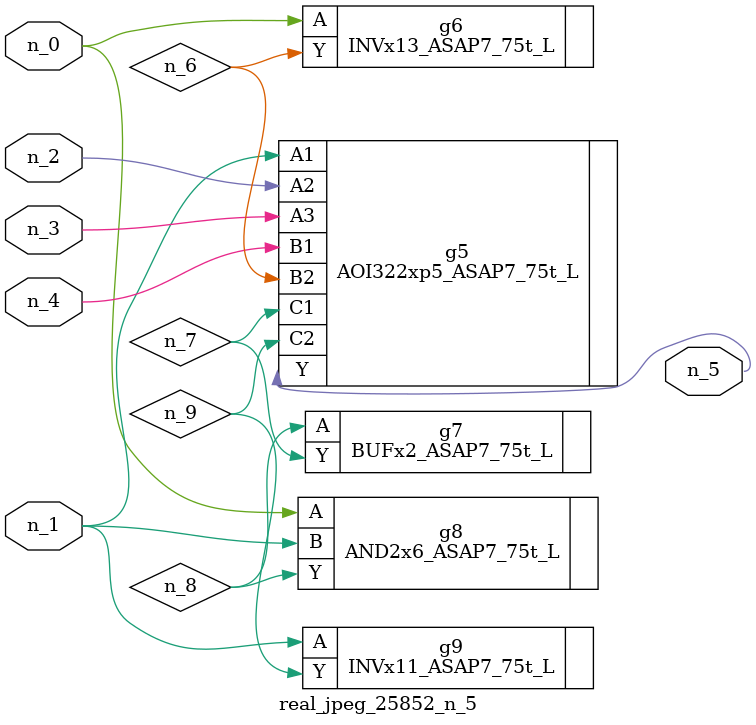
<source format=v>
module real_jpeg_25852_n_5 (n_4, n_0, n_1, n_2, n_3, n_5);

input n_4;
input n_0;
input n_1;
input n_2;
input n_3;

output n_5;

wire n_8;
wire n_6;
wire n_7;
wire n_9;

INVx13_ASAP7_75t_L g6 ( 
.A(n_0),
.Y(n_6)
);

AND2x6_ASAP7_75t_L g8 ( 
.A(n_0),
.B(n_1),
.Y(n_8)
);

AOI322xp5_ASAP7_75t_L g5 ( 
.A1(n_1),
.A2(n_2),
.A3(n_3),
.B1(n_4),
.B2(n_6),
.C1(n_7),
.C2(n_9),
.Y(n_5)
);

INVx11_ASAP7_75t_L g9 ( 
.A(n_1),
.Y(n_9)
);

BUFx2_ASAP7_75t_L g7 ( 
.A(n_8),
.Y(n_7)
);


endmodule
</source>
